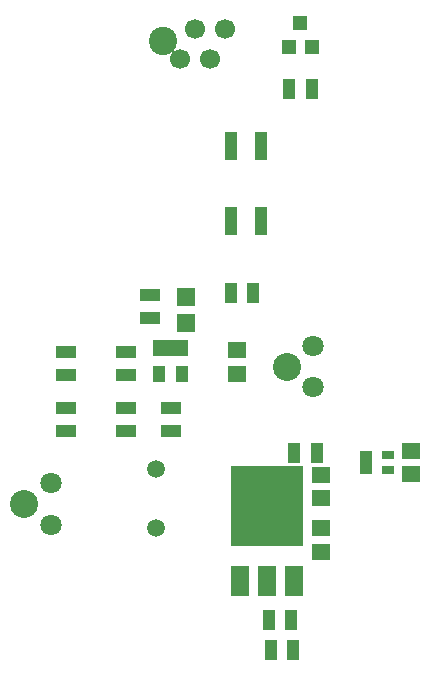
<source format=gbr>
G04 #@! TF.FileFunction,Soldermask,Top*
%FSLAX46Y46*%
G04 Gerber Fmt 4.6, Leading zero omitted, Abs format (unit mm)*
G04 Created by KiCad (PCBNEW 4.0.7) date 02/06/18 16:57:59*
%MOMM*%
%LPD*%
G01*
G04 APERTURE LIST*
%ADD10C,0.100000*%
%ADD11R,1.650000X1.400000*%
%ADD12R,1.600000X1.600000*%
%ADD13C,1.517600*%
%ADD14C,1.797000*%
%ADD15C,2.381000*%
%ADD16R,1.200000X1.300000*%
%ADD17R,1.100000X1.700000*%
%ADD18R,1.700000X1.100000*%
%ADD19R,1.600000X2.600000*%
%ADD20R,6.200000X6.800000*%
%ADD21R,1.050000X0.800000*%
%ADD22R,1.050000X1.460000*%
%ADD23R,1.040000X2.400000*%
%ADD24C,1.700000*%
%ADD25C,2.400000*%
G04 APERTURE END LIST*
D10*
D11*
X73660000Y-107950000D03*
X73660000Y-109950000D03*
X81280000Y-103378000D03*
X81280000Y-101378000D03*
X73660000Y-103410000D03*
X73660000Y-105410000D03*
X66548000Y-94853000D03*
X66548000Y-92853000D03*
D12*
X62230000Y-90551000D03*
X62230000Y-88351000D03*
D13*
X59690000Y-102950000D03*
X59690000Y-107950000D03*
D14*
X50800000Y-107640000D03*
X50800000Y-104140000D03*
D15*
X48570000Y-105890000D03*
D14*
X73025000Y-96012000D03*
X73025000Y-92512000D03*
D15*
X70795000Y-94262000D03*
D16*
X70998000Y-67183000D03*
X72898000Y-67183000D03*
X71948000Y-65183000D03*
D17*
X71315287Y-118226335D03*
X69415287Y-118226335D03*
X69288287Y-115686335D03*
X71188287Y-115686335D03*
D18*
X52070000Y-97790000D03*
X52070000Y-99690000D03*
X52070000Y-93030000D03*
X52070000Y-94930000D03*
X60960000Y-99690000D03*
X60960000Y-97790000D03*
X57150000Y-94930000D03*
X57150000Y-93030000D03*
X57150000Y-99690000D03*
X57150000Y-97790000D03*
D17*
X71440000Y-101600000D03*
X73340000Y-101600000D03*
X66045000Y-88011000D03*
X67945000Y-88011000D03*
D18*
X59182000Y-88204000D03*
X59182000Y-90104000D03*
D17*
X70998000Y-70739000D03*
X72898000Y-70739000D03*
D19*
X66817787Y-112369335D03*
X69097787Y-112369335D03*
X71377787Y-112369335D03*
D20*
X69097787Y-106069335D03*
D21*
X77470000Y-101727000D03*
X77470000Y-103027000D03*
X77470000Y-102377000D03*
X79370000Y-103027000D03*
X79370000Y-101727000D03*
D22*
X61910000Y-92710000D03*
X60960000Y-92710000D03*
X60010000Y-92710000D03*
X60010000Y-94910000D03*
X61910000Y-94910000D03*
D23*
X66040000Y-81890000D03*
X68580000Y-81890000D03*
X68580000Y-75590000D03*
X66040000Y-75590000D03*
D24*
X64262000Y-68199000D03*
X61722000Y-68199000D03*
X62992000Y-65659000D03*
X65532000Y-65659000D03*
D25*
X60322000Y-66699000D03*
M02*

</source>
